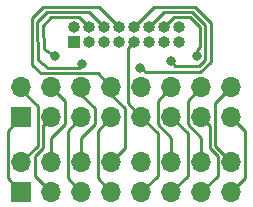
<source format=gbr>
%TF.GenerationSoftware,KiCad,Pcbnew,(5.99.0-3349-g91c4a681c)*%
%TF.CreationDate,2020-09-24T22:53:03-07:00*%
%TF.ProjectId,mod_clip,6d6f645f-636c-4697-902e-6b696361645f,rev?*%
%TF.SameCoordinates,Original*%
%TF.FileFunction,Copper,L1,Top*%
%TF.FilePolarity,Positive*%
%FSLAX46Y46*%
G04 Gerber Fmt 4.6, Leading zero omitted, Abs format (unit mm)*
G04 Created by KiCad (PCBNEW (5.99.0-3349-g91c4a681c)) date 2020-09-24 22:53:03*
%MOMM*%
%LPD*%
G01*
G04 APERTURE LIST*
%TA.AperFunction,ComponentPad*%
%ADD10R,1.700000X1.700000*%
%TD*%
%TA.AperFunction,ComponentPad*%
%ADD11O,1.700000X1.700000*%
%TD*%
%TA.AperFunction,ComponentPad*%
%ADD12R,1.000000X1.000000*%
%TD*%
%TA.AperFunction,ComponentPad*%
%ADD13O,1.000000X1.000000*%
%TD*%
%TA.AperFunction,ViaPad*%
%ADD14C,0.800000*%
%TD*%
%TA.AperFunction,Conductor*%
%ADD15C,0.250000*%
%TD*%
G04 APERTURE END LIST*
D10*
%TO.P,J2,1,Pin_1*%
%TO.N,/W1*%
X82042000Y-151892000D03*
D11*
%TO.P,J2,2,Pin_2*%
%TO.N,/W2*%
X82042000Y-149352000D03*
%TO.P,J2,3,Pin_3*%
%TO.N,/W3*%
X84582000Y-151892000D03*
%TO.P,J2,4,Pin_4*%
%TO.N,/W4*%
X84582000Y-149352000D03*
%TO.P,J2,5,Pin_5*%
%TO.N,/W5*%
X87122000Y-151892000D03*
%TO.P,J2,6,Pin_6*%
%TO.N,/W6*%
X87122000Y-149352000D03*
%TO.P,J2,7,Pin_7*%
%TO.N,/W7*%
X89662000Y-151892000D03*
%TO.P,J2,8,Pin_8*%
%TO.N,/W8*%
X89662000Y-149352000D03*
%TO.P,J2,9,Pin_9*%
%TO.N,/W9*%
X92202000Y-151892000D03*
%TO.P,J2,10,Pin_10*%
%TO.N,/W10*%
X92202000Y-149352000D03*
%TO.P,J2,11,Pin_11*%
%TO.N,/W11*%
X94742000Y-151892000D03*
%TO.P,J2,12,Pin_12*%
%TO.N,/W12*%
X94742000Y-149352000D03*
%TO.P,J2,13,Pin_13*%
%TO.N,/W13*%
X97282000Y-151892000D03*
%TO.P,J2,14,Pin_14*%
%TO.N,/W14*%
X97282000Y-149352000D03*
%TO.P,J2,15,Pin_15*%
%TO.N,/W15*%
X99822000Y-151892000D03*
%TO.P,J2,16,Pin_16*%
%TO.N,/W16*%
X99822000Y-149352000D03*
%TD*%
D10*
%TO.P,J1,1,Pin_1*%
%TO.N,/W1*%
X82042000Y-145542000D03*
D11*
%TO.P,J1,2,Pin_2*%
%TO.N,/W2*%
X82042000Y-143002000D03*
%TO.P,J1,3,Pin_3*%
%TO.N,/W3*%
X84582000Y-145542000D03*
%TO.P,J1,4,Pin_4*%
%TO.N,/W4*%
X84582000Y-143002000D03*
%TO.P,J1,5,Pin_5*%
%TO.N,/W5*%
X87122000Y-145542000D03*
%TO.P,J1,6,Pin_6*%
%TO.N,/W6*%
X87122000Y-143002000D03*
%TO.P,J1,7,Pin_7*%
%TO.N,/W7*%
X89662000Y-145542000D03*
%TO.P,J1,8,Pin_8*%
%TO.N,/W8*%
X89662000Y-143002000D03*
%TO.P,J1,9,Pin_9*%
%TO.N,/W9*%
X92202000Y-145542000D03*
%TO.P,J1,10,Pin_10*%
%TO.N,/W10*%
X92202000Y-143002000D03*
%TO.P,J1,11,Pin_11*%
%TO.N,/W11*%
X94742000Y-145542000D03*
%TO.P,J1,12,Pin_12*%
%TO.N,/W12*%
X94742000Y-143002000D03*
%TO.P,J1,13,Pin_13*%
%TO.N,/W13*%
X97282000Y-145542000D03*
%TO.P,J1,14,Pin_14*%
%TO.N,/W14*%
X97282000Y-143002000D03*
%TO.P,J1,15,Pin_15*%
%TO.N,/W15*%
X99822000Y-145542000D03*
%TO.P,J1,16,Pin_16*%
%TO.N,/W16*%
X99822000Y-143002000D03*
%TD*%
D12*
%TO.P,J3,1,Pin_1*%
%TO.N,/W1*%
X86487000Y-139192000D03*
D13*
%TO.P,J3,2,Pin_2*%
%TO.N,/W2*%
X86487000Y-137922000D03*
%TO.P,J3,3,Pin_3*%
%TO.N,/W3*%
X87757000Y-139192000D03*
%TO.P,J3,4,Pin_4*%
%TO.N,/W4*%
X87757000Y-137922000D03*
%TO.P,J3,5,Pin_5*%
%TO.N,/W5*%
X89027000Y-139192000D03*
%TO.P,J3,6,Pin_6*%
%TO.N,/W6*%
X89027000Y-137922000D03*
%TO.P,J3,7,Pin_7*%
%TO.N,/W7*%
X90297000Y-139192000D03*
%TO.P,J3,8,Pin_8*%
%TO.N,/W8*%
X90297000Y-137922000D03*
%TO.P,J3,9,Pin_9*%
%TO.N,/W9*%
X91567000Y-139192000D03*
%TO.P,J3,10,Pin_10*%
%TO.N,/W10*%
X91567000Y-137922000D03*
%TO.P,J3,11,Pin_11*%
%TO.N,/W11*%
X92837000Y-139192000D03*
%TO.P,J3,12,Pin_12*%
%TO.N,/W12*%
X92837000Y-137922000D03*
%TO.P,J3,13,Pin_13*%
%TO.N,/W13*%
X94107000Y-139192000D03*
%TO.P,J3,14,Pin_14*%
%TO.N,/W14*%
X94107000Y-137922000D03*
%TO.P,J3,15,Pin_15*%
%TO.N,/W15*%
X95377000Y-139192000D03*
%TO.P,J3,16,Pin_16*%
%TO.N,/W16*%
X95377000Y-137922000D03*
%TD*%
D14*
%TO.N,/W4*%
X84886800Y-140360400D03*
%TO.N,/W14*%
X96901000Y-140335000D03*
%TO.N,/W12*%
X94688989Y-140836563D03*
%TO.N,/W10*%
X92075000Y-141351000D03*
%TO.N,/W6*%
X87211873Y-141093159D03*
%TD*%
D15*
%TO.N,/W4*%
X84886800Y-140360400D02*
X83921600Y-139750800D01*
X83921600Y-139750800D02*
X83870800Y-137871200D01*
X83870800Y-137871200D02*
X84582000Y-137096999D01*
X84582000Y-137096999D02*
X86931999Y-137096999D01*
X86931999Y-137096999D02*
X87757000Y-137922000D01*
%TO.N,/W6*%
X89027000Y-137922000D02*
X87751988Y-136646988D01*
X87751988Y-136646988D02*
X84175600Y-136646988D01*
X84175600Y-136646988D02*
X83362800Y-137464800D01*
X83362800Y-137464800D02*
X83439000Y-140716000D01*
X83439000Y-140716000D02*
X84328000Y-141376988D01*
X84328000Y-141376988D02*
X86928044Y-141376988D01*
X86928044Y-141376988D02*
X87211873Y-141093159D01*
%TO.N,/W8*%
X90297000Y-137922000D02*
X88571977Y-136196977D01*
X88571977Y-136196977D02*
X83891201Y-136196977D01*
X83891201Y-136196977D02*
X82898987Y-137189191D01*
X82898987Y-137189191D02*
X82898987Y-141097000D01*
X82898987Y-141097000D02*
X83693000Y-141826999D01*
X83693000Y-141826999D02*
X88486999Y-141826999D01*
X88486999Y-141826999D02*
X89662000Y-143002000D01*
%TO.N,/W16*%
X98457001Y-144366999D02*
X99822000Y-143002000D01*
X99822000Y-149352000D02*
X98457001Y-147987001D01*
X98457001Y-147987001D02*
X98457001Y-144366999D01*
%TO.N,/W15*%
X100997001Y-146717001D02*
X99822000Y-145542000D01*
X100997001Y-150716999D02*
X100997001Y-146717001D01*
X99822000Y-151892000D02*
X100997001Y-150716999D01*
%TO.N,/W14*%
X97282000Y-147281002D02*
X96106999Y-146106001D01*
X97282000Y-149352000D02*
X97282000Y-147281002D01*
X96106999Y-144177001D02*
X97282000Y-143002000D01*
X96901000Y-139827000D02*
X96901000Y-140335000D01*
X94155998Y-137922000D02*
X94980999Y-137096999D01*
X97155000Y-137922000D02*
X97155000Y-139573000D01*
X94980999Y-137096999D02*
X96329999Y-137096999D01*
X96106999Y-146106001D02*
X96106999Y-144177001D01*
X97155000Y-139573000D02*
X96901000Y-139827000D01*
X96329999Y-137096999D02*
X97155000Y-137922000D01*
%TO.N,/W13*%
X98006990Y-146266990D02*
X97282000Y-145542000D01*
X98646999Y-148813409D02*
X98006990Y-148173401D01*
X98646999Y-150527001D02*
X98646999Y-148813409D01*
X98006990Y-148173401D02*
X98006990Y-146266990D01*
X97282000Y-151892000D02*
X98646999Y-150527001D01*
%TO.N,/W12*%
X94742000Y-147281002D02*
X93566999Y-146106001D01*
X92837000Y-137922000D02*
X94112012Y-136646988D01*
X94742000Y-149352000D02*
X94742000Y-147281002D01*
X97072442Y-141236562D02*
X95088988Y-141236562D01*
X96516399Y-136646988D02*
X97626002Y-137756591D01*
X94112012Y-136646988D02*
X96516399Y-136646988D01*
X93566999Y-146106001D02*
X93566999Y-144177001D01*
X93566999Y-144177001D02*
X94742000Y-143002000D01*
X95088988Y-141236562D02*
X94688989Y-140836563D01*
X97626002Y-140683002D02*
X97072442Y-141236562D01*
X97626002Y-137756591D02*
X97626002Y-140683002D01*
%TO.N,/W11*%
X96106999Y-146906999D02*
X94742000Y-145542000D01*
X94742000Y-151892000D02*
X96106999Y-150527001D01*
X96106999Y-150527001D02*
X96106999Y-146906999D01*
%TO.N,/W10*%
X98076013Y-137570191D02*
X96702799Y-136196977D01*
X98076013Y-140869402D02*
X98076013Y-137570191D01*
X93292023Y-136196977D02*
X91567000Y-137922000D01*
X97181402Y-141764013D02*
X98076013Y-140869402D01*
X92615013Y-141764013D02*
X97181402Y-141764013D01*
X96702799Y-136196977D02*
X93292023Y-136196977D01*
X92075000Y-141351000D02*
X92615013Y-141764013D01*
%TO.N,/W9*%
X92202000Y-145542000D02*
X91026999Y-144366999D01*
X93566999Y-146906999D02*
X92202000Y-145542000D01*
X91026999Y-144366999D02*
X91026999Y-139732001D01*
X92202000Y-151892000D02*
X93566999Y-150527001D01*
X93566999Y-150527001D02*
X93566999Y-146906999D01*
X91026999Y-139732001D02*
X91567000Y-139192000D01*
%TO.N,/W8*%
X90837001Y-148176999D02*
X90837001Y-144813412D01*
X89662000Y-149352000D02*
X90837001Y-148176999D01*
X90837001Y-144813412D02*
X89662000Y-143638411D01*
%TO.N,/W7*%
X89662000Y-151892000D02*
X88486999Y-150716999D01*
X88486999Y-146717001D02*
X89662000Y-145542000D01*
X88486999Y-150716999D02*
X88486999Y-146717001D01*
%TO.N,/W6*%
X87122000Y-147281002D02*
X88297001Y-146106001D01*
X88297001Y-146106001D02*
X88297001Y-144813411D01*
X87122000Y-149352000D02*
X87122000Y-147281002D01*
X88297001Y-144813411D02*
X87122000Y-143638410D01*
%TO.N,/W5*%
X85946999Y-146717001D02*
X87122000Y-145542000D01*
X85946999Y-150716999D02*
X85946999Y-146717001D01*
X87122000Y-151892000D02*
X85946999Y-150716999D01*
%TO.N,/W4*%
X84582000Y-147281002D02*
X85757001Y-146106001D01*
X84582000Y-149352000D02*
X84582000Y-147281002D01*
X85757001Y-146106001D02*
X85757001Y-144177001D01*
X85757001Y-144177001D02*
X84582000Y-143002000D01*
%TO.N,/W3*%
X84582000Y-151892000D02*
X83217001Y-150527001D01*
X83217001Y-150527001D02*
X83217001Y-148813409D01*
X83857010Y-148173401D02*
X83857010Y-146266990D01*
X83857010Y-146266990D02*
X84582000Y-145542000D01*
X83217001Y-148813409D02*
X83857010Y-148173401D01*
%TO.N,/W2*%
X83406999Y-144621997D02*
X82042000Y-143256998D01*
X83406999Y-147987001D02*
X83406999Y-144621997D01*
X82042000Y-149352000D02*
X83406999Y-147987001D01*
%TO.N,/W1*%
X80866999Y-146717001D02*
X82042000Y-145542000D01*
X82042000Y-151892000D02*
X80866999Y-150716999D01*
X80866999Y-150716999D02*
X80866999Y-146717001D01*
%TD*%
M02*

</source>
